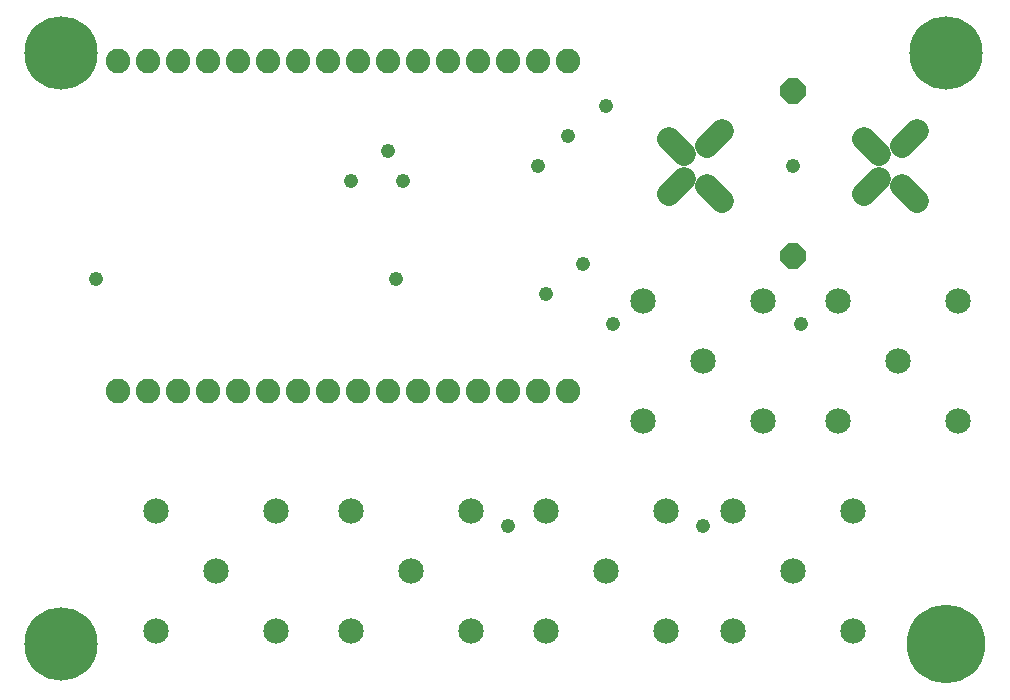
<source format=gbs>
G75*
%MOIN*%
%OFA0B0*%
%FSLAX24Y24*%
%IPPOS*%
%LPD*%
%AMOC8*
5,1,8,0,0,1.08239X$1,22.5*
%
%ADD10C,0.0789*%
%ADD11C,0.0845*%
%ADD12C,0.0820*%
%ADD13OC8,0.0840*%
%ADD14C,0.0476*%
%ADD15C,0.2442*%
%ADD16C,0.2620*%
D10*
X023314Y020664D02*
X023815Y020163D01*
X022546Y020910D02*
X022045Y020409D01*
X022546Y021757D02*
X022045Y022258D01*
X023314Y022003D02*
X023815Y022504D01*
X028545Y022258D02*
X029046Y021757D01*
X029814Y022003D02*
X030315Y022504D01*
X029046Y020910D02*
X028545Y020409D01*
X029814Y020664D02*
X030315Y020163D01*
D11*
X031680Y016833D03*
X029680Y014833D03*
X027680Y016833D03*
X025180Y016833D03*
X023180Y014833D03*
X021180Y016833D03*
X021180Y012833D03*
X021930Y009833D03*
X024180Y009833D03*
X026180Y007833D03*
X028180Y009833D03*
X027680Y012833D03*
X025180Y012833D03*
X019930Y007833D03*
X017930Y009833D03*
X015430Y009833D03*
X013430Y007833D03*
X011430Y009833D03*
X008930Y009833D03*
X006930Y007833D03*
X004930Y009833D03*
X004930Y005833D03*
X008930Y005833D03*
X011430Y005833D03*
X015430Y005833D03*
X017930Y005833D03*
X021930Y005833D03*
X024180Y005833D03*
X028180Y005833D03*
X031680Y012833D03*
D12*
X018680Y013833D03*
X017680Y013833D03*
X016680Y013833D03*
X015680Y013833D03*
X014680Y013833D03*
X013680Y013833D03*
X012680Y013833D03*
X011680Y013833D03*
X010680Y013833D03*
X009680Y013833D03*
X008680Y013833D03*
X007680Y013833D03*
X006680Y013833D03*
X005680Y013833D03*
X004680Y013833D03*
X003680Y013833D03*
X003680Y024833D03*
X004680Y024833D03*
X005680Y024833D03*
X006680Y024833D03*
X007680Y024833D03*
X008680Y024833D03*
X009680Y024833D03*
X010680Y024833D03*
X011680Y024833D03*
X012680Y024833D03*
X013680Y024833D03*
X014680Y024833D03*
X015680Y024833D03*
X016680Y024833D03*
X017680Y024833D03*
X018680Y024833D03*
D13*
X026180Y023833D03*
X026180Y018333D03*
D14*
X026430Y016083D03*
X026180Y021333D03*
X019930Y023333D03*
X018680Y022333D03*
X017680Y021333D03*
X019180Y018083D03*
X017930Y017083D03*
X020180Y016083D03*
X012930Y017583D03*
X013180Y020833D03*
X012680Y021833D03*
X011430Y020833D03*
X002930Y017583D03*
X016680Y009333D03*
X023180Y009333D03*
D15*
X001755Y005408D03*
X001755Y025093D03*
X031282Y025093D03*
D16*
X031282Y005408D03*
M02*

</source>
